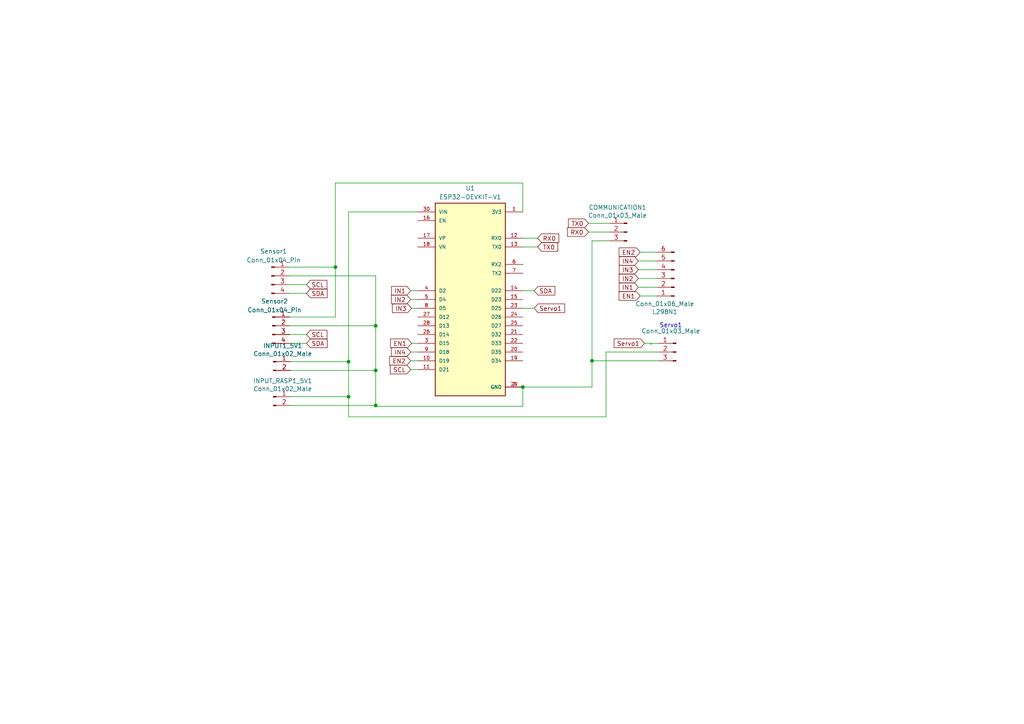
<source format=kicad_sch>
(kicad_sch (version 20230121) (generator eeschema)
  (paper "A4")
  (lib_symbols
    (symbol "Actuator Control-rescue:Conn_01x02_Male-Connector" (pin_names (offset 1.016) hide)
      (property "Reference" "J" (at 0 2.54 0))
      (property "Value" "Connector_Conn_01x02_Male" (at 0 -5.08 0))
      (symbol "Conn_01x02_Male-Connector_1_1"
        (polyline (pts (xy 1.27 -2.54) (xy 0.8636 -2.54)) (stroke (width 0.1524)))
        (polyline (pts (xy 1.27 0) (xy 0.8636 0)) (stroke (width 0.1524)))
        (rectangle (start 0.8636 -2.413) (end 0 -2.667) (stroke (width 0.1524)) (fill (type outline)))
        (rectangle (start 0.8636 0.127) (end 0 -0.127) (stroke (width 0.1524)) (fill (type outline)))
        (pin passive line (at 5.08 0 180) (length 3.81) (name "Pin_1") (number "1"))
        (pin passive line (at 5.08 -2.54 180) (length 3.81) (name "Pin_2") (number "2"))
      )
    )
    (symbol "Actuator Control-rescue:Conn_01x03_Male-Connector" (pin_names (offset 1.016) hide)
      (property "Reference" "J" (at 0 5.08 0))
      (property "Value" "Connector_Conn_01x03_Male" (at 0 -5.08 0))
      (symbol "Conn_01x03_Male-Connector_1_1"
        (polyline (pts (xy 1.27 -2.54) (xy 0.8636 -2.54)) (stroke (width 0.1524)))
        (polyline (pts (xy 1.27 0) (xy 0.8636 0)) (stroke (width 0.1524)))
        (polyline (pts (xy 1.27 2.54) (xy 0.8636 2.54)) (stroke (width 0.1524)))
        (rectangle (start 0.8636 -2.413) (end 0 -2.667) (stroke (width 0.1524)) (fill (type outline)))
        (rectangle (start 0.8636 0.127) (end 0 -0.127) (stroke (width 0.1524)) (fill (type outline)))
        (rectangle (start 0.8636 2.667) (end 0 2.413) (stroke (width 0.1524)) (fill (type outline)))
        (pin passive line (at 5.08 2.54 180) (length 3.81) (name "Pin_1") (number "1"))
        (pin passive line (at 5.08 0 180) (length 3.81) (name "Pin_2") (number "2"))
        (pin passive line (at 5.08 -2.54 180) (length 3.81) (name "Pin_3") (number "3"))
      )
    )
    (symbol "Actuator Control-rescue:Conn_01x06_Male-Connector" (pin_names (offset 1.016) hide)
      (property "Reference" "J" (at 0 7.62 0))
      (property "Value" "Connector_Conn_01x06_Male" (at 0 -10.16 0))
      (symbol "Conn_01x06_Male-Connector_1_1"
        (polyline (pts (xy 1.27 -7.62) (xy 0.8636 -7.62)) (stroke (width 0.1524)))
        (polyline (pts (xy 1.27 -5.08) (xy 0.8636 -5.08)) (stroke (width 0.1524)))
        (polyline (pts (xy 1.27 -2.54) (xy 0.8636 -2.54)) (stroke (width 0.1524)))
        (polyline (pts (xy 1.27 0) (xy 0.8636 0)) (stroke (width 0.1524)))
        (polyline (pts (xy 1.27 2.54) (xy 0.8636 2.54)) (stroke (width 0.1524)))
        (polyline (pts (xy 1.27 5.08) (xy 0.8636 5.08)) (stroke (width 0.1524)))
        (rectangle (start 0.8636 -7.493) (end 0 -7.747) (stroke (width 0.1524)) (fill (type outline)))
        (rectangle (start 0.8636 -4.953) (end 0 -5.207) (stroke (width 0.1524)) (fill (type outline)))
        (rectangle (start 0.8636 -2.413) (end 0 -2.667) (stroke (width 0.1524)) (fill (type outline)))
        (rectangle (start 0.8636 0.127) (end 0 -0.127) (stroke (width 0.1524)) (fill (type outline)))
        (rectangle (start 0.8636 2.667) (end 0 2.413) (stroke (width 0.1524)) (fill (type outline)))
        (rectangle (start 0.8636 5.207) (end 0 4.953) (stroke (width 0.1524)) (fill (type outline)))
        (pin passive line (at 5.08 5.08 180) (length 3.81) (name "Pin_1") (number "1"))
        (pin passive line (at 5.08 2.54 180) (length 3.81) (name "Pin_2") (number "2"))
        (pin passive line (at 5.08 0 180) (length 3.81) (name "Pin_3") (number "3"))
        (pin passive line (at 5.08 -2.54 180) (length 3.81) (name "Pin_4") (number "4"))
        (pin passive line (at 5.08 -5.08 180) (length 3.81) (name "Pin_5") (number "5"))
        (pin passive line (at 5.08 -7.62 180) (length 3.81) (name "Pin_6") (number "6"))
      )
    )
    (symbol "Connector:Conn_01x04_Pin" (pin_names (offset 1.016) hide)
      (property "Reference" "J" (at 0 5.08 0))
      (property "Value" "Conn_01x04_Pin" (at 0 -7.62 0))
      (symbol "Conn_01x04_Pin_1_1"
        (polyline (pts (xy 1.27 -5.08) (xy 0.8636 -5.08)) (stroke (width 0.1524)))
        (polyline (pts (xy 1.27 -2.54) (xy 0.8636 -2.54)) (stroke (width 0.1524)))
        (polyline (pts (xy 1.27 0) (xy 0.8636 0)) (stroke (width 0.1524)))
        (polyline (pts (xy 1.27 2.54) (xy 0.8636 2.54)) (stroke (width 0.1524)))
        (rectangle (start 0.8636 -4.953) (end 0 -5.207) (stroke (width 0.1524)) (fill (type outline)))
        (rectangle (start 0.8636 -2.413) (end 0 -2.667) (stroke (width 0.1524)) (fill (type outline)))
        (rectangle (start 0.8636 0.127) (end 0 -0.127) (stroke (width 0.1524)) (fill (type outline)))
        (rectangle (start 0.8636 2.667) (end 0 2.413) (stroke (width 0.1524)) (fill (type outline)))
        (pin passive line (at 5.08 2.54 180) (length 3.81) (name "Pin_1") (number "1"))
        (pin passive line (at 5.08 0 180) (length 3.81) (name "Pin_2") (number "2"))
        (pin passive line (at 5.08 -2.54 180) (length 3.81) (name "Pin_3") (number "3"))
        (pin passive line (at 5.08 -5.08 180) (length 3.81) (name "Pin_4") (number "4"))
      )
    )
    (symbol "ESP32-DEVKIT-V1:ESP32-DEVKIT-V1" (pin_names (offset 1.016))
      (property "Reference" "U" (at -10.16 30.48 0))
      (property "Value" "ESP32-DEVKIT-V1" (at -10.16 -30.48 0))
      (symbol "ESP32-DEVKIT-V1_0_0"
        (rectangle (start -10.16 -27.94) (end 10.16 27.94) (stroke (width 0.254)) (fill (type background)))
        (pin output line (at 15.24 25.4 180) (length 5.08) (name "3V3") (number "1"))
        (pin bidirectional line (at -15.24 -17.78 0) (length 5.08) (name "D19") (number "10"))
        (pin bidirectional line (at -15.24 -20.32 0) (length 5.08) (name "D21") (number "11"))
        (pin input line (at 15.24 17.78 180) (length 5.08) (name "RX0") (number "12"))
        (pin output line (at 15.24 15.24 180) (length 5.08) (name "TX0") (number "13"))
        (pin bidirectional line (at 15.24 2.54 180) (length 5.08) (name "D22") (number "14"))
        (pin bidirectional line (at 15.24 0 180) (length 5.08) (name "D23") (number "15"))
        (pin input line (at -15.24 22.86 0) (length 5.08) (name "EN") (number "16"))
        (pin bidirectional line (at -15.24 17.78 0) (length 5.08) (name "VP") (number "17"))
        (pin bidirectional line (at -15.24 15.24 0) (length 5.08) (name "VN") (number "18"))
        (pin bidirectional line (at 15.24 -17.78 180) (length 5.08) (name "D34") (number "19"))
        (pin power_in line (at 15.24 -25.4 180) (length 5.08) (name "GND") (number "2"))
        (pin bidirectional line (at 15.24 -15.24 180) (length 5.08) (name "D35") (number "20"))
        (pin bidirectional line (at 15.24 -10.16 180) (length 5.08) (name "D32") (number "21"))
        (pin bidirectional line (at 15.24 -12.7 180) (length 5.08) (name "D33") (number "22"))
        (pin bidirectional line (at 15.24 -2.54 180) (length 5.08) (name "D25") (number "23"))
        (pin bidirectional line (at 15.24 -5.08 180) (length 5.08) (name "D26") (number "24"))
        (pin bidirectional line (at 15.24 -7.62 180) (length 5.08) (name "D27") (number "25"))
        (pin bidirectional line (at -15.24 -10.16 0) (length 5.08) (name "D14") (number "26"))
        (pin bidirectional line (at -15.24 -5.08 0) (length 5.08) (name "D12") (number "27"))
        (pin bidirectional line (at -15.24 -7.62 0) (length 5.08) (name "D13") (number "28"))
        (pin power_in line (at 15.24 -25.4 180) (length 5.08) (name "GND") (number "29"))
        (pin bidirectional line (at -15.24 -12.7 0) (length 5.08) (name "D15") (number "3"))
        (pin input line (at -15.24 25.4 0) (length 5.08) (name "VIN") (number "30"))
        (pin bidirectional line (at -15.24 2.54 0) (length 5.08) (name "D2") (number "4"))
        (pin bidirectional line (at -15.24 0 0) (length 5.08) (name "D4") (number "5"))
        (pin input line (at 15.24 10.16 180) (length 5.08) (name "RX2") (number "6"))
        (pin output line (at 15.24 7.62 180) (length 5.08) (name "TX2") (number "7"))
        (pin bidirectional line (at -15.24 -2.54 0) (length 5.08) (name "D5") (number "8"))
        (pin bidirectional line (at -15.24 -15.24 0) (length 5.08) (name "D18") (number "9"))
      )
    )
  )
  (junction (at 171.704 104.648))
  (junction (at 101.092 115.062))
  (junction (at 151.638 112.268))
  (junction (at 97.282 77.47))
  (junction (at 108.966 94.488))
  (junction (at 101.092 104.902))
  (junction (at 108.966 117.602))
  (junction (at 108.966 107.442))
  (wire (pts (xy 175.768 120.904) (xy 101.092 120.904)))
  (wire (pts (xy 171.704 112.268) (xy 171.704 104.648)))
  (wire (pts (xy 151.638 69.088) (xy 155.956 69.088)))
  (wire (pts (xy 188.722 99.568) (xy 186.944 99.568)))
  (wire (pts (xy 188.722 99.568) (xy 188.722 99.822)))
  (wire (pts (xy 185.166 78.232) (xy 190.5 78.232)))
  (wire (pts (xy 175.768 102.108) (xy 175.768 120.904)))
  (wire (pts (xy 185.166 83.312) (xy 190.5 83.312)))
  (wire (pts (xy 151.638 61.468) (xy 151.638 53.086)))
  (wire (pts (xy 88.9 85.09) (xy 83.82 85.09)))
  (wire (pts (xy 185.674 73.152) (xy 190.5 73.152)))
  (wire (pts (xy 97.282 53.086) (xy 97.282 77.47)))
  (wire (pts (xy 101.092 115.062) (xy 101.092 120.904)))
  (wire (pts (xy 188.722 99.822) (xy 188.976 99.822)))
  (wire (pts (xy 171.704 104.648) (xy 171.704 69.85)))
  (wire (pts (xy 84.328 107.442) (xy 108.966 107.442)))
  (wire (pts (xy 188.976 99.822) (xy 188.976 99.568)))
  (wire (pts (xy 119.126 104.648) (xy 121.158 104.648)))
  (wire (pts (xy 84.328 115.062) (xy 101.092 115.062)))
  (wire (pts (xy 121.158 61.468) (xy 101.092 61.468)))
  (wire (pts (xy 84.328 117.602) (xy 108.966 117.602)))
  (wire (pts (xy 97.282 77.47) (xy 97.282 91.948)))
  (wire (pts (xy 108.966 117.856) (xy 151.638 117.856)))
  (wire (pts (xy 171.704 104.648) (xy 191.008 104.648)))
  (wire (pts (xy 185.674 85.852) (xy 190.5 85.852)))
  (wire (pts (xy 119.38 89.408) (xy 121.158 89.408)))
  (wire (pts (xy 170.688 67.31) (xy 176.784 67.31)))
  (wire (pts (xy 171.704 69.85) (xy 176.784 69.85)))
  (wire (pts (xy 119.38 99.568) (xy 121.158 99.568)))
  (wire (pts (xy 119.126 107.188) (xy 121.158 107.188)))
  (wire (pts (xy 84.074 97.028) (xy 88.9 97.028)))
  (wire (pts (xy 119.126 84.328) (xy 121.158 84.328)))
  (wire (pts (xy 151.638 84.328) (xy 154.94 84.328)))
  (wire (pts (xy 84.074 94.488) (xy 108.966 94.488)))
  (wire (pts (xy 101.092 104.902) (xy 101.092 115.062)))
  (wire (pts (xy 97.282 91.948) (xy 84.074 91.948)))
  (wire (pts (xy 185.166 75.692) (xy 190.5 75.692)))
  (wire (pts (xy 101.092 61.468) (xy 101.092 104.902)))
  (wire (pts (xy 151.638 117.856) (xy 151.638 112.268)))
  (wire (pts (xy 108.966 107.442) (xy 108.966 117.602)))
  (wire (pts (xy 108.966 80.01) (xy 108.966 94.488)))
  (wire (pts (xy 108.966 94.488) (xy 108.966 107.442)))
  (wire (pts (xy 119.126 86.868) (xy 121.158 86.868)))
  (wire (pts (xy 83.82 80.01) (xy 108.966 80.01)))
  (wire (pts (xy 188.976 99.568) (xy 191.008 99.568)))
  (wire (pts (xy 101.092 104.902) (xy 84.328 104.902)))
  (wire (pts (xy 83.82 77.47) (xy 97.282 77.47)))
  (wire (pts (xy 171.704 112.268) (xy 151.638 112.268)))
  (wire (pts (xy 108.966 117.602) (xy 108.966 117.856)))
  (wire (pts (xy 185.166 80.772) (xy 190.5 80.772)))
  (wire (pts (xy 83.82 82.55) (xy 88.9 82.55)))
  (wire (pts (xy 119.126 102.108) (xy 121.158 102.108)))
  (wire (pts (xy 84.074 99.568) (xy 88.9 99.568)))
  (wire (pts (xy 170.688 64.77) (xy 176.784 64.77)))
  (wire (pts (xy 151.384 76.708) (xy 151.638 76.708)))
  (wire (pts (xy 151.638 71.628) (xy 155.956 71.628)))
  (wire (pts (xy 151.638 89.408) (xy 154.94 89.408)))
  (wire (pts (xy 175.768 102.108) (xy 191.008 102.108)))
  (wire (pts (xy 151.638 53.086) (xy 97.282 53.086)))
  (text "Servo1" (at 191.262 95.25 0) (effects (font (size 1.27 1.27)) (justify left bottom)))
  (global_label "TX0" (shape input) (at 155.956 71.628 0) (property "Intersheetrefs" "${INTERSHEET_REFS}" (effects hide)))
  (global_label "IN1" (shape input) (at 185.166 83.312 180) (property "Intersheetrefs" "${INTERSHEET_REFS}" (effects hide)))
  (global_label "SDA" (shape input) (at 154.94 84.328 0) (property "Intersheetrefs" "${INTERSHEET_REFS}" (effects hide)))
  (global_label "IN2" (shape input) (at 185.166 80.772 180) (property "Intersheetrefs" "${INTERSHEET_REFS}" (effects hide)))
  (global_label "SDA" (shape input) (at 88.9 99.568 0) (property "Intersheetrefs" "${INTERSHEET_REFS}" (effects hide)))
  (global_label "IN3" (shape input) (at 119.38 89.408 180) (property "Intersheetrefs" "${INTERSHEET_REFS}" (effects hide)))
  (global_label "RX0" (shape input) (at 155.956 69.088 0) (property "Intersheetrefs" "${INTERSHEET_REFS}" (effects hide)))
  (global_label "EN2" (shape input) (at 185.674 73.152 180) (property "Intersheetrefs" "${INTERSHEET_REFS}" (effects hide)))
  (global_label "Servo1" (shape input) (at 186.944 99.568 180) (property "Intersheetrefs" "${INTERSHEET_REFS}" (effects hide)))
  (global_label "EN1" (shape input) (at 185.674 85.852 180) (property "Intersheetrefs" "${INTERSHEET_REFS}" (effects hide)))
  (global_label "TX0" (shape input) (at 170.688 64.77 180) (property "Intersheetrefs" "${INTERSHEET_REFS}" (effects hide)))
  (global_label "EN1" (shape input) (at 119.38 99.568 180) (property "Intersheetrefs" "${INTERSHEET_REFS}" (effects hide)))
  (global_label "IN4" (shape input) (at 185.166 75.692 180) (property "Intersheetrefs" "${INTERSHEET_REFS}" (effects hide)))
  (global_label "RX0" (shape input) (at 170.688 67.31 180) (property "Intersheetrefs" "${INTERSHEET_REFS}" (effects hide)))
  (global_label "SCL" (shape input) (at 119.126 107.188 180) (property "Intersheetrefs" "${INTERSHEET_REFS}" (effects hide)))
  (global_label "SCL" (shape input) (at 88.9 97.028 0) (property "Intersheetrefs" "${INTERSHEET_REFS}" (effects hide)))
  (global_label "EN2" (shape input) (at 119.126 104.648 180) (property "Intersheetrefs" "${INTERSHEET_REFS}" (effects hide)))
  (global_label "IN3" (shape input) (at 185.166 78.232 180) (property "Intersheetrefs" "${INTERSHEET_REFS}" (effects hide)))
  (global_label "IN2" (shape input) (at 119.126 86.868 180) (property "Intersheetrefs" "${INTERSHEET_REFS}" (effects hide)))
  (global_label "SDA" (shape input) (at 88.9 85.09 0) (property "Intersheetrefs" "${INTERSHEET_REFS}" (effects hide)))
  (global_label "IN1" (shape input) (at 119.126 84.328 180) (property "Intersheetrefs" "${INTERSHEET_REFS}" (effects hide)))
  (global_label "Servo1" (shape input) (at 154.94 89.408 0) (property "Intersheetrefs" "${INTERSHEET_REFS}" (effects hide)))
  (global_label "SCL" (shape input) (at 88.9 82.55 0) (property "Intersheetrefs" "${INTERSHEET_REFS}" (effects hide)))
  (global_label "IN4" (shape input) (at 119.126 102.108 180) (property "Intersheetrefs" "${INTERSHEET_REFS}" (effects hide)))
  (symbol (lib_id "Actuator Control-rescue:Conn_01x06_Male-Connector") (at 195.58 80.772 180) (unit 1)
    (property "Reference" "L298N1" (at 192.8368 90.4494 0))
    (property "Value" "Conn_01x06_Male" (at 192.8368 88.138 0))
    (property "Footprint" "Connector_Molex:Molex_KK-254_AE-6410-06A_1x06_P2.54mm_Vertical" (effects hide))
  )
  (symbol (lib_id "Connector:Conn_01x04_Pin") (at 78.994 94.488 0) (unit 1)
    (property "Reference" "Sensor2" (at 79.629 87.376 0))
    (property "Value" "Conn_01x04_Pin" (at 79.629 89.916 0))
    (property "Footprint" "Connector_Molex:Molex_KK-254_AE-6410-04A_1x04_P2.54mm_Vertical" (effects hide))
  )
  (symbol (lib_id "Actuator Control-rescue:Conn_01x03_Male-Connector") (at 196.088 102.108 0) (mirror y) (unit 1)
    (property "Reference" "SERVO1" (effects hide))
    (property "Value" "Conn_01x03_Male" (at 194.564 96.012 0))
    (property "Footprint" "Connector_PinHeader_2.54mm:PinHeader_1x03_P2.54mm_Vertical" (effects hide))
  )
  (symbol (lib_id "ESP32-DEVKIT-V1:ESP32-DEVKIT-V1") (at 136.398 86.868 0) (unit 1)
    (property "Reference" "U1" (at 136.398 54.61 0))
    (property "Value" "ESP32-DEVKIT-V1" (at 136.398 57.15 0))
    (property "Footprint" "ESP32-DEVKIT-V1:MODULE_ESP32_DEVKIT_V1" (effects hide))
    (property "MF" "Do it" (effects hide))
    (property "MAXIMUM_PACKAGE_HEIGHT" "6.8 mm" (effects hide))
    (property "Package" "None" (effects hide))
    (property "Price" "None" (effects hide))
    (property "Check_prices" "https://www.snapeda.com/parts/ESP32-DEVKIT-V1/Do+it/view-part/?ref=eda" (effects hide))
    (property "STANDARD" "Manufacturer Recommendations" (effects hide))
    (property "PARTREV" "N/A" (effects hide))
    (property "SnapEDA_Link" "https://www.snapeda.com/parts/ESP32-DEVKIT-V1/Do+it/view-part/?ref=snap" (effects hide))
    (property "MP" "ESP32-DEVKIT-V1" (effects hide))
    (property "Description" "\\n                        \\n                            Dual core, Wi-Fi: 2.4 GHz up to 150 Mbits/s,BLE (Bluetooth Low Energy) and legacy Bluetooth, 32 bits, Up to 240 MHz\\n                        \\n" (effects hide))
    (property "Availability" "Not in stock" (effects hide))
    (property "MANUFACTURER" "DOIT" (effects hide))
  )
  (symbol (lib_id "Actuator Control-rescue:Conn_01x02_Male-Connector") (at 79.248 104.902 0) (unit 1)
    (property "Reference" "INPUT1_5V1" (at 81.9912 100.3046 0))
    (property "Value" "Conn_01x02_Male" (at 81.9912 102.616 0))
    (property "Footprint" "Connector_Molex:Molex_KK-254_AE-6410-02A_1x02_P2.54mm_Vertical" (effects hide))
  )
  (symbol (lib_id "Actuator Control-rescue:Conn_01x03_Male-Connector") (at 181.864 67.31 0) (mirror y) (unit 1)
    (property "Reference" "COMMUNICATION1" (at 179.1208 60.1726 0))
    (property "Value" "Conn_01x03_Male" (at 179.1208 62.484 0))
    (property "Footprint" "Connector_PinHeader_2.54mm:PinHeader_1x03_P2.54mm_Vertical" (effects hide))
  )
  (symbol (lib_id "Connector:Conn_01x04_Pin") (at 78.74 80.01 0) (unit 1)
    (property "Reference" "Sensor1" (at 79.375 72.898 0))
    (property "Value" "Conn_01x04_Pin" (at 79.375 75.438 0))
    (property "Footprint" "Connector_Molex:Molex_KK-254_AE-6410-04A_1x04_P2.54mm_Vertical" (effects hide))
  )
  (symbol (lib_id "Actuator Control-rescue:Conn_01x02_Male-Connector") (at 79.248 115.062 0) (unit 1)
    (property "Reference" "INPUT_RASP1_5V1" (at 81.9912 110.4646 0))
    (property "Value" "Conn_01x02_Male" (at 81.9912 112.776 0))
    (property "Footprint" "Connector_Molex:Molex_KK-254_AE-6410-02A_1x02_P2.54mm_Vertical" (effects hide))
  )
)
</source>
